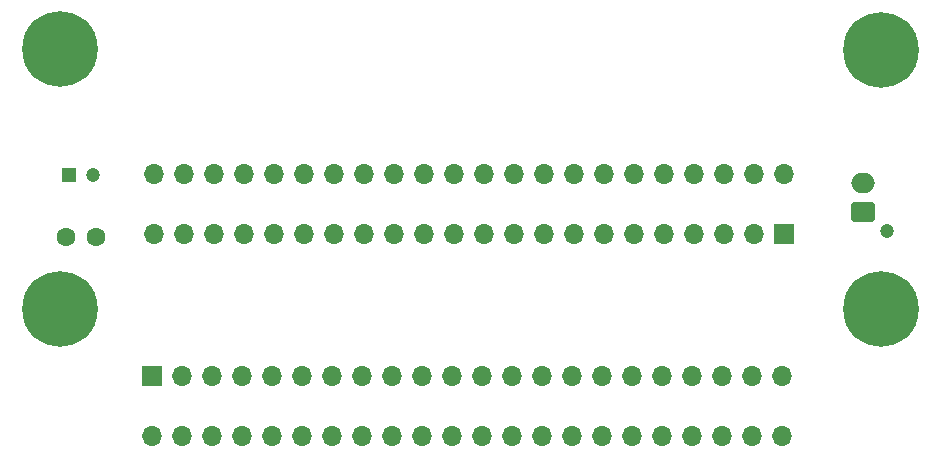
<source format=gbr>
G04 #@! TF.GenerationSoftware,KiCad,Pcbnew,(7.0.0-0)*
G04 #@! TF.CreationDate,2023-03-11T20:56:30+00:00*
G04 #@! TF.ProjectId,EXT80A,45585438-3041-42e6-9b69-6361645f7063,rev?*
G04 #@! TF.SameCoordinates,Original*
G04 #@! TF.FileFunction,Soldermask,Bot*
G04 #@! TF.FilePolarity,Negative*
%FSLAX46Y46*%
G04 Gerber Fmt 4.6, Leading zero omitted, Abs format (unit mm)*
G04 Created by KiCad (PCBNEW (7.0.0-0)) date 2023-03-11 20:56:30*
%MOMM*%
%LPD*%
G01*
G04 APERTURE LIST*
G04 Aperture macros list*
%AMRoundRect*
0 Rectangle with rounded corners*
0 $1 Rounding radius*
0 $2 $3 $4 $5 $6 $7 $8 $9 X,Y pos of 4 corners*
0 Add a 4 corners polygon primitive as box body*
4,1,4,$2,$3,$4,$5,$6,$7,$8,$9,$2,$3,0*
0 Add four circle primitives for the rounded corners*
1,1,$1+$1,$2,$3*
1,1,$1+$1,$4,$5*
1,1,$1+$1,$6,$7*
1,1,$1+$1,$8,$9*
0 Add four rect primitives between the rounded corners*
20,1,$1+$1,$2,$3,$4,$5,0*
20,1,$1+$1,$4,$5,$6,$7,0*
20,1,$1+$1,$6,$7,$8,$9,0*
20,1,$1+$1,$8,$9,$2,$3,0*%
G04 Aperture macros list end*
%ADD10R,1.700000X1.700000*%
%ADD11O,1.700000X1.700000*%
%ADD12R,1.200000X1.200000*%
%ADD13C,1.200000*%
%ADD14RoundRect,0.250000X0.750000X-0.600000X0.750000X0.600000X-0.750000X0.600000X-0.750000X-0.600000X0*%
%ADD15O,2.000000X1.700000*%
%ADD16C,0.800000*%
%ADD17C,6.400000*%
%ADD18C,1.600000*%
G04 APERTURE END LIST*
D10*
X135499999Y-103499999D03*
D11*
X135499999Y-108579999D03*
X138039999Y-103499999D03*
X138039999Y-108579999D03*
X140579999Y-103499999D03*
X140579999Y-108579999D03*
X143119999Y-103499999D03*
X143119999Y-108579999D03*
X145659999Y-103499999D03*
X145659999Y-108579999D03*
X148199999Y-103499999D03*
X148199999Y-108579999D03*
X150739999Y-103499999D03*
X150739999Y-108579999D03*
X153279999Y-103499999D03*
X153279999Y-108579999D03*
X155819999Y-103499999D03*
X155819999Y-108579999D03*
X158359999Y-103499999D03*
X158359999Y-108579999D03*
X160899999Y-103499999D03*
X160899999Y-108579999D03*
X163439999Y-103499999D03*
X163439999Y-108579999D03*
X165979999Y-103499999D03*
X165979999Y-108579999D03*
X168519999Y-103499999D03*
X168519999Y-108579999D03*
X171059999Y-103499999D03*
X171059999Y-108579999D03*
X173599999Y-103499999D03*
X173599999Y-108579999D03*
X176139999Y-103499999D03*
X176139999Y-108579999D03*
X178679999Y-103499999D03*
X178679999Y-108579999D03*
X181219999Y-103499999D03*
X181219999Y-108579999D03*
X183759999Y-103499999D03*
X183759999Y-108579999D03*
X186299999Y-103499999D03*
X186299999Y-108579999D03*
X188839999Y-103499999D03*
X188839999Y-108579999D03*
D10*
X189059999Y-91499999D03*
D11*
X189059999Y-86419999D03*
X186519999Y-91499999D03*
X186519999Y-86419999D03*
X183979999Y-91499999D03*
X183979999Y-86419999D03*
X181439999Y-91499999D03*
X181439999Y-86419999D03*
X178899999Y-91499999D03*
X178899999Y-86419999D03*
X176359999Y-91499999D03*
X176359999Y-86419999D03*
X173819999Y-91499999D03*
X173819999Y-86419999D03*
X171279999Y-91499999D03*
X171279999Y-86419999D03*
X168739999Y-91499999D03*
X168739999Y-86419999D03*
X166199999Y-91499999D03*
X166199999Y-86419999D03*
X163659999Y-91499999D03*
X163659999Y-86419999D03*
X161119999Y-91499999D03*
X161119999Y-86419999D03*
X158579999Y-91499999D03*
X158579999Y-86419999D03*
X156039999Y-91499999D03*
X156039999Y-86419999D03*
X153499999Y-91499999D03*
X153499999Y-86419999D03*
X150959999Y-91499999D03*
X150959999Y-86419999D03*
X148419999Y-91499999D03*
X148419999Y-86419999D03*
X145879999Y-91499999D03*
X145879999Y-86419999D03*
X143339999Y-91499999D03*
X143339999Y-86419999D03*
X140799999Y-91499999D03*
X140799999Y-86419999D03*
X138259999Y-91499999D03*
X138259999Y-86419999D03*
X135719999Y-91499999D03*
X135719999Y-86419999D03*
D12*
X128499999Y-86499999D03*
D13*
X130500000Y-86500000D03*
X197725000Y-91250000D03*
D14*
X195725000Y-89650000D03*
D15*
X195724999Y-87149999D03*
D16*
X194850000Y-97850000D03*
X195552944Y-96152944D03*
X195552944Y-99547056D03*
X197250000Y-95450000D03*
D17*
X197250000Y-97850000D03*
D16*
X197250000Y-100250000D03*
X198947056Y-96152944D03*
X198947056Y-99547056D03*
X199650000Y-97850000D03*
X125350000Y-75802900D03*
X126052944Y-74105844D03*
X126052944Y-77499956D03*
X127750000Y-73402900D03*
D17*
X127750000Y-75802900D03*
D16*
X127750000Y-78202900D03*
X129447056Y-74105844D03*
X129447056Y-77499956D03*
X130150000Y-75802900D03*
X194850000Y-75850000D03*
X195552944Y-74152944D03*
X195552944Y-77547056D03*
X197250000Y-73450000D03*
D17*
X197250000Y-75850000D03*
D16*
X197250000Y-78250000D03*
X198947056Y-74152944D03*
X198947056Y-77547056D03*
X199650000Y-75850000D03*
X125350000Y-97850000D03*
X126052944Y-96152944D03*
X126052944Y-99547056D03*
X127750000Y-95450000D03*
D17*
X127750000Y-97850000D03*
D16*
X127750000Y-100250000D03*
X129447056Y-96152944D03*
X129447056Y-99547056D03*
X130150000Y-97850000D03*
D18*
X128250000Y-91750000D03*
X130750000Y-91750000D03*
M02*

</source>
